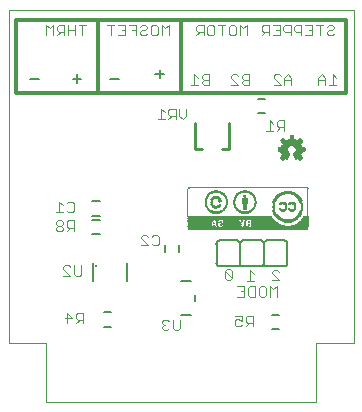
<source format=gbo>
G75*
%MOIN*%
%OFA0B0*%
%FSLAX25Y25*%
%IPPOS*%
%LPD*%
%AMOC8*
5,1,8,0,0,1.08239X$1,22.5*
%
%ADD10C,0.00000*%
%ADD11C,0.00400*%
%ADD12C,0.01181*%
%ADD13C,0.00500*%
%ADD14C,0.00600*%
%ADD15C,0.00787*%
%ADD16C,0.01000*%
%ADD17R,0.00050X0.00025*%
%ADD18R,0.00075X0.00025*%
%ADD19R,0.00125X0.00025*%
%ADD20R,0.00200X0.00025*%
%ADD21R,0.00250X0.00025*%
%ADD22R,0.00325X0.00025*%
%ADD23R,0.00300X0.00025*%
%ADD24R,0.00375X0.00025*%
%ADD25R,0.00450X0.00025*%
%ADD26R,0.00425X0.00025*%
%ADD27R,0.00500X0.00025*%
%ADD28R,0.00550X0.00025*%
%ADD29R,0.00625X0.00025*%
%ADD30R,0.00675X0.00025*%
%ADD31R,0.00750X0.00025*%
%ADD32R,0.00800X0.00025*%
%ADD33R,0.00875X0.00025*%
%ADD34R,0.00900X0.00025*%
%ADD35R,0.00925X0.00025*%
%ADD36R,0.00975X0.00025*%
%ADD37R,0.01025X0.00025*%
%ADD38R,0.01050X0.00025*%
%ADD39R,0.01075X0.00025*%
%ADD40R,0.01100X0.00025*%
%ADD41R,0.01150X0.00025*%
%ADD42R,0.00100X0.00025*%
%ADD43R,0.01175X0.00025*%
%ADD44R,0.01200X0.00025*%
%ADD45R,0.00175X0.00025*%
%ADD46R,0.01225X0.00025*%
%ADD47R,0.01300X0.00025*%
%ADD48R,0.00225X0.00025*%
%ADD49R,0.01350X0.00025*%
%ADD50R,0.01425X0.00025*%
%ADD51R,0.00350X0.00025*%
%ADD52R,0.01450X0.00025*%
%ADD53R,0.00400X0.00025*%
%ADD54R,0.01475X0.00025*%
%ADD55R,0.01550X0.00025*%
%ADD56R,0.00475X0.00025*%
%ADD57R,0.01625X0.00025*%
%ADD58R,0.00525X0.00025*%
%ADD59R,0.01600X0.00025*%
%ADD60R,0.02275X0.00025*%
%ADD61R,0.02300X0.00025*%
%ADD62R,0.02350X0.00025*%
%ADD63R,0.02375X0.00025*%
%ADD64R,0.02425X0.00025*%
%ADD65R,0.02400X0.00025*%
%ADD66R,0.02450X0.00025*%
%ADD67R,0.02475X0.00025*%
%ADD68R,0.02525X0.00025*%
%ADD69R,0.02550X0.00025*%
%ADD70R,0.02500X0.00025*%
%ADD71R,0.02325X0.00025*%
%ADD72R,0.02575X0.00025*%
%ADD73R,0.02600X0.00025*%
%ADD74R,0.02625X0.00025*%
%ADD75R,0.02650X0.00025*%
%ADD76R,0.02675X0.00025*%
%ADD77R,0.02700X0.00025*%
%ADD78R,0.02725X0.00025*%
%ADD79R,0.02750X0.00025*%
%ADD80R,0.02775X0.00025*%
%ADD81R,0.02900X0.00025*%
%ADD82R,0.03025X0.00025*%
%ADD83R,0.03125X0.00025*%
%ADD84R,0.03100X0.00025*%
%ADD85R,0.03225X0.00025*%
%ADD86R,0.03250X0.00025*%
%ADD87R,0.03350X0.00025*%
%ADD88R,0.03475X0.00025*%
%ADD89R,0.03450X0.00025*%
%ADD90R,0.03425X0.00025*%
%ADD91R,0.03400X0.00025*%
%ADD92R,0.03375X0.00025*%
%ADD93R,0.03325X0.00025*%
%ADD94R,0.03500X0.00025*%
%ADD95R,0.03300X0.00025*%
%ADD96R,0.03175X0.00025*%
%ADD97R,0.03050X0.00025*%
%ADD98R,0.02950X0.00025*%
%ADD99R,0.02850X0.00025*%
%ADD100R,0.02825X0.00025*%
%ADD101R,0.02800X0.00025*%
%ADD102R,0.02875X0.00025*%
%ADD103R,0.02925X0.00025*%
%ADD104R,0.03075X0.00025*%
%ADD105R,0.06450X0.00025*%
%ADD106R,0.06425X0.00025*%
%ADD107R,0.06400X0.00025*%
%ADD108R,0.06350X0.00025*%
%ADD109R,0.06325X0.00025*%
%ADD110R,0.06300X0.00025*%
%ADD111R,0.06250X0.00025*%
%ADD112R,0.06200X0.00025*%
%ADD113R,0.06175X0.00025*%
%ADD114R,0.06150X0.00025*%
%ADD115R,0.06100X0.00025*%
%ADD116R,0.06475X0.00025*%
%ADD117R,0.06525X0.00025*%
%ADD118R,0.06550X0.00025*%
%ADD119R,0.06600X0.00025*%
%ADD120R,0.06625X0.00025*%
%ADD121R,0.06650X0.00025*%
%ADD122R,0.06700X0.00025*%
%ADD123R,0.06725X0.00025*%
%ADD124R,0.06750X0.00025*%
%ADD125R,0.06800X0.00025*%
%ADD126R,0.06825X0.00025*%
%ADD127R,0.06850X0.00025*%
%ADD128R,0.06900X0.00025*%
%ADD129R,0.06925X0.00025*%
%ADD130R,0.06950X0.00025*%
%ADD131R,0.07000X0.00025*%
%ADD132R,0.07050X0.00025*%
%ADD133R,0.07100X0.00025*%
%ADD134R,0.07150X0.00025*%
%ADD135R,0.07200X0.00025*%
%ADD136R,0.07250X0.00025*%
%ADD137R,0.07275X0.00025*%
%ADD138R,0.07300X0.00025*%
%ADD139R,0.07350X0.00025*%
%ADD140R,0.07375X0.00025*%
%ADD141R,0.07400X0.00025*%
%ADD142R,0.07450X0.00025*%
%ADD143R,0.07475X0.00025*%
%ADD144R,0.01750X0.00025*%
%ADD145R,0.01675X0.00025*%
%ADD146R,0.03200X0.00025*%
%ADD147R,0.01500X0.00025*%
%ADD148R,0.01375X0.00025*%
%ADD149R,0.01325X0.00025*%
%ADD150R,0.01250X0.00025*%
%ADD151R,0.01125X0.00025*%
%ADD152R,0.02200X0.00025*%
%ADD153R,0.02100X0.00025*%
%ADD154R,0.01000X0.00025*%
%ADD155R,0.02000X0.00025*%
%ADD156R,0.00950X0.00025*%
%ADD157R,0.01850X0.00025*%
%ADD158R,0.01800X0.00025*%
%ADD159R,0.00825X0.00025*%
%ADD160R,0.01700X0.00025*%
%ADD161R,0.00700X0.00025*%
%ADD162R,0.00575X0.00025*%
%ADD163R,0.01650X0.00025*%
%ADD164R,0.00275X0.00025*%
%ADD165R,0.00150X0.00025*%
%ADD166R,0.01575X0.00025*%
%ADD167R,0.01525X0.00025*%
%ADD168R,0.01400X0.00025*%
%ADD169R,0.39900X0.00100*%
%ADD170R,0.40100X0.00100*%
%ADD171R,0.40300X0.00100*%
%ADD172R,0.19100X0.00100*%
%ADD173R,0.01700X0.00100*%
%ADD174R,0.06700X0.00100*%
%ADD175R,0.00600X0.00100*%
%ADD176R,0.01200X0.00100*%
%ADD177R,0.07800X0.00100*%
%ADD178R,0.06400X0.00100*%
%ADD179R,0.00400X0.00100*%
%ADD180R,0.01100X0.00100*%
%ADD181R,0.07700X0.00100*%
%ADD182R,0.01000X0.00100*%
%ADD183R,0.06300X0.00100*%
%ADD184R,0.00200X0.00100*%
%ADD185R,0.06100X0.00100*%
%ADD186R,0.11200X0.00100*%
%ADD187R,0.00900X0.00100*%
%ADD188R,0.06200X0.00100*%
%ADD189R,0.05600X0.00100*%
%ADD190R,0.10700X0.00100*%
%ADD191R,0.05300X0.00100*%
%ADD192R,0.10300X0.00100*%
%ADD193R,0.00700X0.00100*%
%ADD194R,0.00800X0.00100*%
%ADD195R,0.07900X0.00100*%
%ADD196R,0.05000X0.00100*%
%ADD197R,0.10100X0.00100*%
%ADD198R,0.00300X0.00100*%
%ADD199R,0.04700X0.00100*%
%ADD200R,0.09800X0.00100*%
%ADD201R,0.06000X0.00100*%
%ADD202R,0.04500X0.00100*%
%ADD203R,0.09600X0.00100*%
%ADD204R,0.08000X0.00100*%
%ADD205R,0.04300X0.00100*%
%ADD206R,0.09400X0.00100*%
%ADD207R,0.07000X0.00100*%
%ADD208R,0.04100X0.00100*%
%ADD209R,0.09200X0.00100*%
%ADD210R,0.06600X0.00100*%
%ADD211R,0.08100X0.00100*%
%ADD212R,0.03900X0.00100*%
%ADD213R,0.09000X0.00100*%
%ADD214R,0.00500X0.00100*%
%ADD215R,0.03800X0.00100*%
%ADD216R,0.08800X0.00100*%
%ADD217R,0.03600X0.00100*%
%ADD218R,0.08700X0.00100*%
%ADD219R,0.05900X0.00100*%
%ADD220R,0.08200X0.00100*%
%ADD221R,0.03500X0.00100*%
%ADD222R,0.08600X0.00100*%
%ADD223R,0.05800X0.00100*%
%ADD224R,0.01300X0.00100*%
%ADD225R,0.00100X0.00100*%
%ADD226R,0.03300X0.00100*%
%ADD227R,0.08400X0.00100*%
%ADD228R,0.05700X0.00100*%
%ADD229R,0.03200X0.00100*%
%ADD230R,0.02400X0.00100*%
%ADD231R,0.08300X0.00100*%
%ADD232R,0.03100X0.00100*%
%ADD233R,0.03000X0.00100*%
%ADD234R,0.03700X0.00100*%
%ADD235R,0.05500X0.00100*%
%ADD236R,0.02900X0.00100*%
%ADD237R,0.04200X0.00100*%
%ADD238R,0.02800X0.00100*%
%ADD239R,0.04600X0.00100*%
%ADD240R,0.02700X0.00100*%
%ADD241R,0.08500X0.00100*%
%ADD242R,0.02600X0.00100*%
%ADD243R,0.02500X0.00100*%
%ADD244R,0.17500X0.00100*%
%ADD245R,0.10600X0.00100*%
%ADD246R,0.02300X0.00100*%
%ADD247R,0.28700X0.00100*%
%ADD248R,0.02000X0.00100*%
%ADD249R,0.28600X0.00100*%
%ADD250R,0.02200X0.00100*%
%ADD251R,0.01800X0.00100*%
%ADD252R,0.28500X0.00100*%
%ADD253R,0.01600X0.00100*%
%ADD254R,0.28400X0.00100*%
%ADD255R,0.02100X0.00100*%
%ADD256R,0.01500X0.00100*%
%ADD257R,0.01400X0.00100*%
%ADD258R,0.28300X0.00100*%
%ADD259R,0.01900X0.00100*%
%ADD260R,0.28200X0.00100*%
%ADD261R,0.28100X0.00100*%
%ADD262R,0.04900X0.00100*%
%ADD263R,0.03400X0.00100*%
%ADD264R,0.39700X0.00100*%
%ADD265R,0.39500X0.00100*%
%ADD266R,0.38900X0.00100*%
%ADD267C,0.00300*%
%ADD268C,0.00800*%
D10*
X0014071Y0001984D02*
X0014071Y0021669D01*
X0001591Y0021669D01*
X0001591Y0132693D01*
X0116551Y0132693D01*
X0116551Y0021669D01*
X0104071Y0021669D01*
X0104071Y0001984D01*
X0014071Y0001984D01*
D11*
X0021043Y0028269D02*
X0021043Y0031809D01*
X0022813Y0030039D01*
X0020453Y0030039D01*
X0024078Y0030039D02*
X0024668Y0029449D01*
X0026438Y0029449D01*
X0026438Y0028269D02*
X0026438Y0031809D01*
X0024668Y0031809D01*
X0024078Y0031219D01*
X0024078Y0030039D01*
X0025258Y0029449D02*
X0024078Y0028269D01*
X0024058Y0044043D02*
X0023468Y0044633D01*
X0023468Y0047583D01*
X0022202Y0046993D02*
X0021612Y0047583D01*
X0020432Y0047583D01*
X0019842Y0046993D01*
X0019842Y0046403D01*
X0022202Y0044043D01*
X0019842Y0044043D01*
X0024058Y0044043D02*
X0025238Y0044043D01*
X0025828Y0044633D01*
X0025828Y0047583D01*
X0022698Y0065277D02*
X0021518Y0065277D01*
X0020928Y0065867D01*
X0019663Y0065277D02*
X0017303Y0065277D01*
X0018483Y0065277D02*
X0018483Y0068817D01*
X0019663Y0067637D01*
X0020928Y0068227D02*
X0021518Y0068817D01*
X0022698Y0068817D01*
X0023288Y0068227D01*
X0023288Y0065867D01*
X0022698Y0065277D01*
X0045649Y0057203D02*
X0046240Y0057793D01*
X0047420Y0057793D01*
X0048010Y0057203D01*
X0049275Y0057203D02*
X0049865Y0057793D01*
X0051045Y0057793D01*
X0051635Y0057203D01*
X0051635Y0054843D01*
X0051045Y0054253D01*
X0049865Y0054253D01*
X0049275Y0054843D01*
X0048010Y0054253D02*
X0045649Y0056613D01*
X0045649Y0057203D01*
X0045649Y0054253D02*
X0048010Y0054253D01*
X0053289Y0029508D02*
X0052699Y0028918D01*
X0052699Y0028328D01*
X0053289Y0027738D01*
X0052699Y0027148D01*
X0052699Y0026558D01*
X0053289Y0025968D01*
X0054469Y0025968D01*
X0055059Y0026558D01*
X0056324Y0026558D02*
X0056324Y0029508D01*
X0055059Y0028918D02*
X0054469Y0029508D01*
X0053289Y0029508D01*
X0053289Y0027738D02*
X0053879Y0027738D01*
X0056324Y0026558D02*
X0056914Y0025968D01*
X0058094Y0025968D01*
X0058684Y0026558D01*
X0058684Y0029508D01*
X0073738Y0043297D02*
X0074328Y0042707D01*
X0075508Y0042707D01*
X0076098Y0043297D01*
X0073738Y0045657D01*
X0073738Y0043297D01*
X0076098Y0043297D02*
X0076098Y0045657D01*
X0075508Y0046247D01*
X0074328Y0046247D01*
X0073738Y0045657D01*
X0077823Y0040736D02*
X0080183Y0040736D01*
X0080183Y0037196D01*
X0077823Y0037196D01*
X0079003Y0038966D02*
X0080183Y0038966D01*
X0081449Y0037786D02*
X0081449Y0040146D01*
X0082039Y0040736D01*
X0083809Y0040736D01*
X0083809Y0037196D01*
X0082039Y0037196D01*
X0081449Y0037786D01*
X0080920Y0042477D02*
X0083280Y0042477D01*
X0082100Y0042477D02*
X0082100Y0046017D01*
X0083280Y0044837D01*
X0085664Y0040736D02*
X0085074Y0040146D01*
X0085074Y0037786D01*
X0085664Y0037196D01*
X0086844Y0037196D01*
X0087434Y0037786D01*
X0087434Y0040146D01*
X0086844Y0040736D01*
X0085664Y0040736D01*
X0088699Y0040736D02*
X0088699Y0037196D01*
X0091059Y0037196D02*
X0091059Y0040736D01*
X0089879Y0039556D01*
X0088699Y0040736D01*
X0089351Y0042572D02*
X0091711Y0042572D01*
X0089351Y0044932D01*
X0089351Y0045522D01*
X0089941Y0046112D01*
X0091121Y0046112D01*
X0091711Y0045522D01*
X0082934Y0030825D02*
X0081164Y0030825D01*
X0080574Y0030235D01*
X0080574Y0029055D01*
X0081164Y0028465D01*
X0082934Y0028465D01*
X0081754Y0028465D02*
X0080574Y0027285D01*
X0079309Y0027875D02*
X0078719Y0027285D01*
X0077539Y0027285D01*
X0076949Y0027875D01*
X0076949Y0029055D01*
X0077539Y0029645D01*
X0078129Y0029645D01*
X0079309Y0029055D01*
X0079309Y0030825D01*
X0076949Y0030825D01*
X0082934Y0030825D02*
X0082934Y0027285D01*
X0087382Y0092442D02*
X0089742Y0092442D01*
X0088562Y0092442D02*
X0088562Y0095982D01*
X0089742Y0094802D01*
X0091007Y0094212D02*
X0091597Y0093622D01*
X0093367Y0093622D01*
X0093367Y0092442D02*
X0093367Y0095982D01*
X0091597Y0095982D01*
X0091007Y0095392D01*
X0091007Y0094212D01*
X0092187Y0093622D02*
X0091007Y0092442D01*
X0089894Y0107696D02*
X0092254Y0107696D01*
X0089894Y0110056D01*
X0089894Y0110646D01*
X0090484Y0111236D01*
X0091664Y0111236D01*
X0092254Y0110646D01*
X0093519Y0110056D02*
X0093519Y0107696D01*
X0093519Y0109466D02*
X0095879Y0109466D01*
X0095879Y0110056D02*
X0095879Y0107696D01*
X0095879Y0110056D02*
X0094699Y0111236D01*
X0093519Y0110056D01*
X0104854Y0110056D02*
X0104854Y0107696D01*
X0104854Y0109466D02*
X0107214Y0109466D01*
X0107214Y0110056D02*
X0107214Y0107696D01*
X0108479Y0107696D02*
X0110839Y0107696D01*
X0109659Y0107696D02*
X0109659Y0111236D01*
X0110839Y0110056D01*
X0107214Y0110056D02*
X0106034Y0111236D01*
X0104854Y0110056D01*
X0105247Y0124231D02*
X0105247Y0127772D01*
X0106427Y0127772D02*
X0104067Y0127772D01*
X0102802Y0127772D02*
X0102802Y0124231D01*
X0100442Y0124231D01*
X0099177Y0124231D02*
X0099177Y0127772D01*
X0097407Y0127772D01*
X0096817Y0127182D01*
X0096817Y0126002D01*
X0097407Y0125412D01*
X0099177Y0125412D01*
X0100442Y0127772D02*
X0102802Y0127772D01*
X0102802Y0126002D02*
X0101622Y0126002D01*
X0107692Y0125412D02*
X0107692Y0124821D01*
X0108282Y0124231D01*
X0109462Y0124231D01*
X0110052Y0124821D01*
X0109462Y0126002D02*
X0108282Y0126002D01*
X0107692Y0125412D01*
X0107692Y0127182D02*
X0108282Y0127772D01*
X0109462Y0127772D01*
X0110052Y0127182D01*
X0110052Y0126592D01*
X0109462Y0126002D01*
X0095551Y0125412D02*
X0093781Y0125412D01*
X0093191Y0126002D01*
X0093191Y0127182D01*
X0093781Y0127772D01*
X0095551Y0127772D01*
X0095551Y0124231D01*
X0091926Y0124231D02*
X0091926Y0127772D01*
X0089566Y0127772D01*
X0088301Y0127772D02*
X0086531Y0127772D01*
X0085941Y0127182D01*
X0085941Y0126002D01*
X0086531Y0125412D01*
X0088301Y0125412D01*
X0087121Y0125412D02*
X0085941Y0124231D01*
X0088301Y0124231D02*
X0088301Y0127772D01*
X0090746Y0126002D02*
X0091926Y0126002D01*
X0091926Y0124231D02*
X0089566Y0124231D01*
X0081051Y0124231D02*
X0081051Y0127772D01*
X0079871Y0126592D01*
X0078691Y0127772D01*
X0078691Y0124231D01*
X0077426Y0124821D02*
X0076836Y0124231D01*
X0075656Y0124231D01*
X0075066Y0124821D01*
X0075066Y0127182D01*
X0075656Y0127772D01*
X0076836Y0127772D01*
X0077426Y0127182D01*
X0077426Y0124821D01*
X0073801Y0127772D02*
X0071441Y0127772D01*
X0072621Y0127772D02*
X0072621Y0124231D01*
X0070175Y0124821D02*
X0070175Y0127182D01*
X0069585Y0127772D01*
X0068405Y0127772D01*
X0067815Y0127182D01*
X0067815Y0124821D01*
X0068405Y0124231D01*
X0069585Y0124231D01*
X0070175Y0124821D01*
X0066550Y0124231D02*
X0066550Y0127772D01*
X0064780Y0127772D01*
X0064190Y0127182D01*
X0064190Y0126002D01*
X0064780Y0125412D01*
X0066550Y0125412D01*
X0065370Y0125412D02*
X0064190Y0124231D01*
X0054934Y0124231D02*
X0054934Y0127772D01*
X0053754Y0126592D01*
X0052574Y0127772D01*
X0052574Y0124231D01*
X0051309Y0124821D02*
X0050719Y0124231D01*
X0049539Y0124231D01*
X0048949Y0124821D01*
X0048949Y0127182D01*
X0049539Y0127772D01*
X0050719Y0127772D01*
X0051309Y0127182D01*
X0051309Y0124821D01*
X0047684Y0124821D02*
X0047094Y0124231D01*
X0045914Y0124231D01*
X0045324Y0124821D01*
X0045324Y0125412D01*
X0045914Y0126002D01*
X0047094Y0126002D01*
X0047684Y0126592D01*
X0047684Y0127182D01*
X0047094Y0127772D01*
X0045914Y0127772D01*
X0045324Y0127182D01*
X0044058Y0127772D02*
X0041698Y0127772D01*
X0040433Y0127772D02*
X0040433Y0124231D01*
X0038073Y0124231D01*
X0039253Y0126002D02*
X0040433Y0126002D01*
X0040433Y0127772D02*
X0038073Y0127772D01*
X0036808Y0127772D02*
X0034448Y0127772D01*
X0035628Y0127772D02*
X0035628Y0124231D01*
X0042878Y0126002D02*
X0044058Y0126002D01*
X0044058Y0127772D02*
X0044058Y0124231D01*
X0027375Y0127772D02*
X0025015Y0127772D01*
X0026195Y0127772D02*
X0026195Y0124231D01*
X0023750Y0124231D02*
X0023750Y0127772D01*
X0023750Y0126002D02*
X0021390Y0126002D01*
X0020125Y0125412D02*
X0018355Y0125412D01*
X0017765Y0126002D01*
X0017765Y0127182D01*
X0018355Y0127772D01*
X0020125Y0127772D01*
X0020125Y0124231D01*
X0021390Y0124231D02*
X0021390Y0127772D01*
X0018945Y0125412D02*
X0017765Y0124231D01*
X0016499Y0124231D02*
X0016499Y0127772D01*
X0015319Y0126592D01*
X0014139Y0127772D01*
X0014139Y0124231D01*
X0051249Y0096298D02*
X0053609Y0096298D01*
X0052429Y0096298D02*
X0052429Y0099838D01*
X0053609Y0098658D01*
X0054874Y0098068D02*
X0055464Y0097478D01*
X0057234Y0097478D01*
X0057234Y0096298D02*
X0057234Y0099838D01*
X0055464Y0099838D01*
X0054874Y0099248D01*
X0054874Y0098068D01*
X0056054Y0097478D02*
X0054874Y0096298D01*
X0058499Y0097478D02*
X0058499Y0099838D01*
X0058499Y0097478D02*
X0059679Y0096298D01*
X0060859Y0097478D01*
X0060859Y0099838D01*
X0062335Y0107696D02*
X0064695Y0107696D01*
X0063515Y0107696D02*
X0063515Y0111236D01*
X0064695Y0110056D01*
X0065960Y0110056D02*
X0066550Y0109466D01*
X0068320Y0109466D01*
X0068320Y0107696D02*
X0066550Y0107696D01*
X0065960Y0108286D01*
X0065960Y0108876D01*
X0066550Y0109466D01*
X0065960Y0110056D02*
X0065960Y0110646D01*
X0066550Y0111236D01*
X0068320Y0111236D01*
X0068320Y0107696D01*
X0075720Y0107696D02*
X0078080Y0107696D01*
X0075720Y0110056D01*
X0075720Y0110646D01*
X0076310Y0111236D01*
X0077490Y0111236D01*
X0078080Y0110646D01*
X0079345Y0110646D02*
X0079936Y0111236D01*
X0081706Y0111236D01*
X0081706Y0107696D01*
X0079936Y0107696D01*
X0079345Y0108286D01*
X0079345Y0108876D01*
X0079936Y0109466D01*
X0081706Y0109466D01*
X0079936Y0109466D02*
X0079345Y0110056D01*
X0079345Y0110646D01*
D12*
X0059071Y0105134D02*
X0114189Y0105134D01*
X0114189Y0129543D01*
X0059071Y0129543D01*
X0059071Y0105134D01*
X0031512Y0105134D01*
X0031512Y0129543D01*
X0059071Y0129543D01*
X0031512Y0129543D02*
X0003953Y0129543D01*
X0003953Y0105134D01*
X0031512Y0105134D01*
D13*
X0035530Y0109860D02*
X0038348Y0109860D01*
X0050490Y0111435D02*
X0053309Y0111435D01*
X0051900Y0112844D02*
X0051900Y0110026D01*
X0025750Y0109860D02*
X0022931Y0109860D01*
X0024341Y0111269D02*
X0024341Y0108451D01*
X0011577Y0109860D02*
X0008758Y0109860D01*
D14*
X0029543Y0068913D02*
X0031906Y0068913D01*
X0031906Y0064189D02*
X0029543Y0064189D01*
X0029543Y0062614D02*
X0031906Y0062614D01*
X0031906Y0057890D02*
X0029543Y0057890D01*
X0029689Y0048366D02*
X0029689Y0042217D01*
X0033283Y0031906D02*
X0035646Y0031906D01*
X0035646Y0027181D02*
X0033283Y0027181D01*
X0040890Y0042217D02*
X0040890Y0048366D01*
X0053559Y0051984D02*
X0053559Y0054346D01*
X0058283Y0054346D02*
X0058283Y0051984D01*
X0070882Y0054740D02*
X0070882Y0048441D01*
X0070878Y0048378D01*
X0070877Y0048315D01*
X0070881Y0048252D01*
X0070888Y0048189D01*
X0070899Y0048127D01*
X0070913Y0048065D01*
X0070931Y0048004D01*
X0070952Y0047945D01*
X0070977Y0047887D01*
X0071005Y0047830D01*
X0071037Y0047775D01*
X0071071Y0047722D01*
X0071109Y0047671D01*
X0071149Y0047623D01*
X0071193Y0047577D01*
X0071238Y0047533D01*
X0071287Y0047492D01*
X0071337Y0047454D01*
X0071390Y0047419D01*
X0071445Y0047388D01*
X0071501Y0047359D01*
X0071559Y0047334D01*
X0071619Y0047312D01*
X0071679Y0047294D01*
X0071741Y0047279D01*
X0071803Y0047268D01*
X0071866Y0047260D01*
X0077772Y0047260D01*
X0077771Y0047260D02*
X0077834Y0047268D01*
X0077896Y0047279D01*
X0077958Y0047294D01*
X0078018Y0047312D01*
X0078078Y0047334D01*
X0078136Y0047359D01*
X0078192Y0047388D01*
X0078247Y0047420D01*
X0078299Y0047455D01*
X0078350Y0047493D01*
X0078398Y0047533D01*
X0078444Y0047577D01*
X0078487Y0047623D01*
X0078528Y0047672D01*
X0078566Y0047723D01*
X0078600Y0047775D01*
X0078632Y0047830D01*
X0078660Y0047887D01*
X0078685Y0047945D01*
X0078706Y0048005D01*
X0078724Y0048065D01*
X0078738Y0048127D01*
X0078749Y0048189D01*
X0078756Y0048252D01*
X0078760Y0048315D01*
X0078759Y0048378D01*
X0078756Y0048441D01*
X0078756Y0054740D01*
X0078756Y0048441D01*
X0078752Y0048378D01*
X0078751Y0048315D01*
X0078755Y0048252D01*
X0078762Y0048189D01*
X0078773Y0048127D01*
X0078787Y0048065D01*
X0078805Y0048004D01*
X0078826Y0047945D01*
X0078851Y0047887D01*
X0078879Y0047830D01*
X0078911Y0047775D01*
X0078945Y0047722D01*
X0078983Y0047671D01*
X0079023Y0047623D01*
X0079067Y0047577D01*
X0079112Y0047533D01*
X0079161Y0047492D01*
X0079211Y0047454D01*
X0079264Y0047419D01*
X0079319Y0047388D01*
X0079375Y0047359D01*
X0079433Y0047334D01*
X0079493Y0047312D01*
X0079553Y0047294D01*
X0079615Y0047279D01*
X0079677Y0047268D01*
X0079740Y0047260D01*
X0085646Y0047260D01*
X0085645Y0047260D02*
X0085708Y0047268D01*
X0085770Y0047279D01*
X0085832Y0047294D01*
X0085892Y0047312D01*
X0085952Y0047334D01*
X0086010Y0047359D01*
X0086066Y0047388D01*
X0086121Y0047420D01*
X0086173Y0047455D01*
X0086224Y0047493D01*
X0086272Y0047533D01*
X0086318Y0047577D01*
X0086361Y0047623D01*
X0086402Y0047672D01*
X0086440Y0047723D01*
X0086474Y0047775D01*
X0086506Y0047830D01*
X0086534Y0047887D01*
X0086559Y0047945D01*
X0086580Y0048005D01*
X0086598Y0048065D01*
X0086612Y0048127D01*
X0086623Y0048189D01*
X0086630Y0048252D01*
X0086634Y0048315D01*
X0086633Y0048378D01*
X0086630Y0048441D01*
X0086630Y0054740D01*
X0086630Y0048441D01*
X0086626Y0048378D01*
X0086625Y0048315D01*
X0086629Y0048252D01*
X0086636Y0048189D01*
X0086647Y0048127D01*
X0086661Y0048065D01*
X0086679Y0048004D01*
X0086700Y0047945D01*
X0086725Y0047887D01*
X0086753Y0047830D01*
X0086785Y0047775D01*
X0086819Y0047722D01*
X0086857Y0047671D01*
X0086897Y0047623D01*
X0086941Y0047577D01*
X0086986Y0047533D01*
X0087035Y0047492D01*
X0087085Y0047454D01*
X0087138Y0047419D01*
X0087193Y0047388D01*
X0087249Y0047359D01*
X0087307Y0047334D01*
X0087367Y0047312D01*
X0087427Y0047294D01*
X0087489Y0047279D01*
X0087551Y0047268D01*
X0087614Y0047260D01*
X0093520Y0047260D01*
X0093519Y0047260D02*
X0093582Y0047268D01*
X0093644Y0047279D01*
X0093706Y0047294D01*
X0093766Y0047312D01*
X0093826Y0047334D01*
X0093884Y0047359D01*
X0093940Y0047388D01*
X0093995Y0047420D01*
X0094047Y0047455D01*
X0094098Y0047493D01*
X0094146Y0047533D01*
X0094192Y0047577D01*
X0094235Y0047623D01*
X0094276Y0047672D01*
X0094314Y0047723D01*
X0094348Y0047775D01*
X0094380Y0047830D01*
X0094408Y0047887D01*
X0094433Y0047945D01*
X0094454Y0048005D01*
X0094472Y0048065D01*
X0094486Y0048127D01*
X0094497Y0048189D01*
X0094504Y0048252D01*
X0094508Y0048315D01*
X0094507Y0048378D01*
X0094504Y0048441D01*
X0094504Y0054740D01*
X0094504Y0054741D02*
X0094507Y0054804D01*
X0094508Y0054867D01*
X0094504Y0054930D01*
X0094497Y0054993D01*
X0094486Y0055055D01*
X0094472Y0055117D01*
X0094454Y0055177D01*
X0094433Y0055237D01*
X0094408Y0055295D01*
X0094380Y0055352D01*
X0094348Y0055407D01*
X0094314Y0055459D01*
X0094276Y0055510D01*
X0094235Y0055559D01*
X0094192Y0055605D01*
X0094146Y0055649D01*
X0094098Y0055689D01*
X0094047Y0055727D01*
X0093995Y0055762D01*
X0093940Y0055794D01*
X0093884Y0055823D01*
X0093826Y0055848D01*
X0093766Y0055870D01*
X0093706Y0055888D01*
X0093644Y0055903D01*
X0093582Y0055914D01*
X0093519Y0055922D01*
X0093520Y0055921D02*
X0087614Y0055921D01*
X0087615Y0055922D02*
X0087549Y0055914D01*
X0087485Y0055902D01*
X0087421Y0055886D01*
X0087358Y0055867D01*
X0087297Y0055843D01*
X0087237Y0055816D01*
X0087179Y0055786D01*
X0087123Y0055752D01*
X0087069Y0055715D01*
X0087017Y0055674D01*
X0086968Y0055630D01*
X0086921Y0055584D01*
X0086878Y0055535D01*
X0086837Y0055483D01*
X0086800Y0055429D01*
X0086766Y0055373D01*
X0086736Y0055315D01*
X0086709Y0055255D01*
X0086685Y0055194D01*
X0086666Y0055131D01*
X0086650Y0055067D01*
X0086638Y0055003D01*
X0086630Y0054937D01*
X0086626Y0054872D01*
X0086626Y0054806D01*
X0086630Y0054741D01*
X0086633Y0054804D01*
X0086634Y0054867D01*
X0086630Y0054930D01*
X0086623Y0054993D01*
X0086612Y0055055D01*
X0086598Y0055117D01*
X0086580Y0055177D01*
X0086559Y0055237D01*
X0086534Y0055295D01*
X0086506Y0055352D01*
X0086474Y0055407D01*
X0086440Y0055459D01*
X0086402Y0055510D01*
X0086361Y0055559D01*
X0086318Y0055605D01*
X0086272Y0055649D01*
X0086224Y0055689D01*
X0086173Y0055727D01*
X0086121Y0055762D01*
X0086066Y0055794D01*
X0086010Y0055823D01*
X0085952Y0055848D01*
X0085892Y0055870D01*
X0085832Y0055888D01*
X0085770Y0055903D01*
X0085708Y0055914D01*
X0085645Y0055922D01*
X0085646Y0055921D02*
X0079740Y0055921D01*
X0079741Y0055922D02*
X0079675Y0055914D01*
X0079611Y0055902D01*
X0079547Y0055886D01*
X0079484Y0055867D01*
X0079423Y0055843D01*
X0079363Y0055816D01*
X0079305Y0055786D01*
X0079249Y0055752D01*
X0079195Y0055715D01*
X0079143Y0055674D01*
X0079094Y0055630D01*
X0079047Y0055584D01*
X0079004Y0055535D01*
X0078963Y0055483D01*
X0078926Y0055429D01*
X0078892Y0055373D01*
X0078862Y0055315D01*
X0078835Y0055255D01*
X0078811Y0055194D01*
X0078792Y0055131D01*
X0078776Y0055067D01*
X0078764Y0055003D01*
X0078756Y0054937D01*
X0078752Y0054872D01*
X0078752Y0054806D01*
X0078756Y0054741D01*
X0078759Y0054804D01*
X0078760Y0054867D01*
X0078756Y0054930D01*
X0078749Y0054993D01*
X0078738Y0055055D01*
X0078724Y0055117D01*
X0078706Y0055177D01*
X0078685Y0055237D01*
X0078660Y0055295D01*
X0078632Y0055352D01*
X0078600Y0055407D01*
X0078566Y0055459D01*
X0078528Y0055510D01*
X0078487Y0055559D01*
X0078444Y0055605D01*
X0078398Y0055649D01*
X0078350Y0055689D01*
X0078299Y0055727D01*
X0078247Y0055762D01*
X0078192Y0055794D01*
X0078136Y0055823D01*
X0078078Y0055848D01*
X0078018Y0055870D01*
X0077958Y0055888D01*
X0077896Y0055903D01*
X0077834Y0055914D01*
X0077771Y0055922D01*
X0077772Y0055921D02*
X0071866Y0055921D01*
X0071867Y0055922D02*
X0071801Y0055914D01*
X0071737Y0055902D01*
X0071673Y0055886D01*
X0071610Y0055867D01*
X0071549Y0055843D01*
X0071489Y0055816D01*
X0071431Y0055786D01*
X0071375Y0055752D01*
X0071321Y0055715D01*
X0071269Y0055674D01*
X0071220Y0055630D01*
X0071173Y0055584D01*
X0071130Y0055535D01*
X0071089Y0055483D01*
X0071052Y0055429D01*
X0071018Y0055373D01*
X0070988Y0055315D01*
X0070961Y0055255D01*
X0070937Y0055194D01*
X0070918Y0055131D01*
X0070902Y0055067D01*
X0070890Y0055003D01*
X0070882Y0054937D01*
X0070878Y0054872D01*
X0070878Y0054806D01*
X0070882Y0054741D01*
X0089386Y0031118D02*
X0091748Y0031118D01*
X0091748Y0026394D02*
X0089386Y0026394D01*
X0087024Y0098441D02*
X0084661Y0098441D01*
X0084661Y0103165D02*
X0087024Y0103165D01*
D15*
X0030764Y0047260D03*
D16*
X0063598Y0086433D02*
X0065961Y0086433D01*
X0063598Y0086433D02*
X0063598Y0094898D01*
X0072654Y0086433D02*
X0075016Y0086433D01*
X0075016Y0094898D01*
D17*
X0094516Y0082662D03*
X0097316Y0082662D03*
X0098766Y0082237D03*
D18*
X0093053Y0082237D03*
X0093053Y0089687D03*
X0098778Y0089687D03*
D19*
X0097328Y0082687D03*
X0098778Y0082262D03*
X0093053Y0082262D03*
D20*
X0093066Y0082287D03*
X0098766Y0082287D03*
X0098766Y0089637D03*
X0093066Y0089637D03*
D21*
X0093066Y0082312D03*
X0098766Y0082312D03*
D22*
X0098753Y0082337D03*
X0098753Y0089587D03*
X0093078Y0089587D03*
D23*
X0094441Y0082762D03*
X0093066Y0082337D03*
X0097391Y0082762D03*
D24*
X0098753Y0082362D03*
X0093078Y0082362D03*
D25*
X0097441Y0082837D03*
X0098741Y0082387D03*
X0098741Y0089537D03*
X0093091Y0089537D03*
D26*
X0093078Y0082387D03*
X0097428Y0082812D03*
D27*
X0098741Y0082412D03*
X0094366Y0082862D03*
X0093091Y0082412D03*
D28*
X0093091Y0082437D03*
X0098741Y0082437D03*
D29*
X0098728Y0082462D03*
X0093103Y0082462D03*
X0093103Y0089462D03*
X0098728Y0089462D03*
D30*
X0098728Y0082487D03*
X0093103Y0082487D03*
D31*
X0093116Y0082512D03*
X0098716Y0082512D03*
X0098716Y0089412D03*
X0093116Y0089412D03*
D32*
X0093116Y0082537D03*
X0098716Y0082537D03*
D33*
X0098703Y0082562D03*
X0093128Y0082562D03*
X0093128Y0089362D03*
X0098703Y0089362D03*
D34*
X0098691Y0082587D03*
D35*
X0093128Y0082587D03*
D36*
X0093128Y0082612D03*
X0098678Y0082612D03*
D37*
X0098678Y0082637D03*
D38*
X0093141Y0082637D03*
D39*
X0098678Y0082662D03*
X0098678Y0089287D03*
X0093153Y0089287D03*
D40*
X0093141Y0082662D03*
D41*
X0098666Y0082687D03*
D42*
X0094491Y0082687D03*
D43*
X0093153Y0082687D03*
X0093153Y0089237D03*
D44*
X0098666Y0089237D03*
X0098666Y0082712D03*
D45*
X0097353Y0082712D03*
X0094478Y0082712D03*
D46*
X0093153Y0082712D03*
X0095903Y0090637D03*
D47*
X0095916Y0090587D03*
X0095916Y0090562D03*
X0095916Y0090537D03*
X0095916Y0090512D03*
X0095916Y0090487D03*
X0098666Y0082737D03*
X0093166Y0082737D03*
D48*
X0094453Y0082737D03*
X0097378Y0082737D03*
D49*
X0098666Y0082762D03*
X0093166Y0082762D03*
X0095916Y0090337D03*
X0095916Y0090362D03*
X0095916Y0090387D03*
X0095916Y0090412D03*
X0095916Y0090437D03*
D50*
X0095903Y0090187D03*
X0093178Y0089137D03*
X0093178Y0082787D03*
X0098653Y0082787D03*
D51*
X0097416Y0082787D03*
X0094416Y0082787D03*
D52*
X0098641Y0082812D03*
X0098641Y0089137D03*
X0095916Y0090062D03*
X0095916Y0090087D03*
X0095916Y0090112D03*
X0095916Y0090137D03*
X0095916Y0090162D03*
D53*
X0098741Y0089562D03*
X0093091Y0089562D03*
X0094391Y0082812D03*
D54*
X0093178Y0082812D03*
X0095903Y0090037D03*
D55*
X0095916Y0089887D03*
X0095916Y0089862D03*
X0095916Y0089837D03*
X0098641Y0089087D03*
X0093191Y0089087D03*
X0093191Y0082837D03*
X0098641Y0082837D03*
D56*
X0094378Y0082837D03*
D57*
X0098628Y0082862D03*
X0098628Y0089062D03*
X0095903Y0089662D03*
X0093203Y0089062D03*
D58*
X0093103Y0089512D03*
X0098728Y0089512D03*
X0097453Y0082862D03*
D59*
X0093191Y0082862D03*
X0095916Y0089687D03*
X0095916Y0089712D03*
X0095916Y0089737D03*
D60*
X0098328Y0082887D03*
X0093503Y0082887D03*
D61*
X0093491Y0082912D03*
X0093966Y0084062D03*
X0093991Y0084087D03*
X0093991Y0084112D03*
X0093991Y0084137D03*
X0097841Y0084112D03*
X0097841Y0084087D03*
X0097866Y0084062D03*
X0097891Y0084012D03*
X0098341Y0082912D03*
D62*
X0098341Y0082937D03*
X0097991Y0083812D03*
X0097966Y0083862D03*
X0097941Y0083912D03*
X0097916Y0083962D03*
X0097841Y0084187D03*
X0093991Y0084187D03*
X0093916Y0083962D03*
X0093891Y0083912D03*
X0093866Y0083887D03*
X0093866Y0083862D03*
X0093841Y0083837D03*
X0093491Y0082937D03*
X0095916Y0089237D03*
D63*
X0094003Y0084237D03*
X0094003Y0084212D03*
X0093828Y0083812D03*
X0093803Y0083762D03*
X0093478Y0082962D03*
X0097828Y0084212D03*
X0097978Y0083837D03*
X0098003Y0083787D03*
X0098353Y0082962D03*
D64*
X0098353Y0082987D03*
X0098128Y0083562D03*
X0098103Y0083612D03*
X0098078Y0083662D03*
X0097828Y0084262D03*
X0097828Y0084287D03*
X0094003Y0084287D03*
X0093728Y0083612D03*
X0093703Y0083587D03*
X0093678Y0083537D03*
X0093703Y0086862D03*
D65*
X0093991Y0084262D03*
X0093816Y0083787D03*
X0093791Y0083737D03*
X0093766Y0083712D03*
X0093766Y0083687D03*
X0093741Y0083662D03*
X0093741Y0083637D03*
X0093466Y0082987D03*
X0097841Y0084237D03*
X0098016Y0083762D03*
X0098041Y0083737D03*
X0098041Y0083712D03*
X0098066Y0083687D03*
X0098091Y0083637D03*
D66*
X0098116Y0083587D03*
X0098141Y0083537D03*
X0098166Y0083512D03*
X0098166Y0083487D03*
X0098366Y0083012D03*
X0098141Y0085087D03*
X0098141Y0086837D03*
X0098116Y0086862D03*
X0098091Y0086887D03*
X0093766Y0086937D03*
X0093741Y0086912D03*
X0093716Y0086887D03*
X0093691Y0086837D03*
X0093691Y0085087D03*
X0093691Y0085062D03*
X0093716Y0085037D03*
X0093991Y0084312D03*
X0093691Y0083562D03*
X0093666Y0083512D03*
X0093641Y0083462D03*
X0093466Y0083012D03*
D67*
X0093453Y0083037D03*
X0093578Y0083362D03*
X0093603Y0083387D03*
X0093603Y0083412D03*
X0093628Y0083437D03*
X0093653Y0083487D03*
X0094003Y0084337D03*
X0094003Y0084362D03*
X0093728Y0085012D03*
X0093653Y0085112D03*
X0093778Y0086962D03*
X0095903Y0089212D03*
X0098053Y0086937D03*
X0098078Y0086912D03*
X0098178Y0085112D03*
X0098128Y0085062D03*
X0098103Y0085037D03*
X0097828Y0084337D03*
X0097828Y0084312D03*
X0098178Y0083462D03*
X0098203Y0083437D03*
X0098228Y0083387D03*
X0098378Y0083037D03*
D68*
X0098378Y0083062D03*
X0098378Y0083087D03*
X0098328Y0083212D03*
X0098303Y0083237D03*
X0098303Y0083262D03*
X0097828Y0084387D03*
X0097828Y0084412D03*
X0098053Y0084962D03*
X0098228Y0085137D03*
X0098028Y0086987D03*
X0098003Y0087012D03*
X0093828Y0087012D03*
X0093803Y0086987D03*
X0093603Y0085137D03*
X0093753Y0084987D03*
X0093778Y0084962D03*
X0094003Y0084412D03*
X0094003Y0084387D03*
X0093528Y0083262D03*
X0093503Y0083212D03*
X0093453Y0083087D03*
X0093453Y0083062D03*
D69*
X0093466Y0083112D03*
X0093466Y0083137D03*
X0093466Y0083162D03*
X0093491Y0083187D03*
X0093516Y0083237D03*
X0093991Y0084437D03*
X0093816Y0084912D03*
X0093791Y0084937D03*
X0093841Y0087037D03*
X0097991Y0087037D03*
X0098041Y0084937D03*
X0098016Y0084912D03*
X0098341Y0083187D03*
X0098366Y0083162D03*
X0098366Y0083137D03*
X0098391Y0083112D03*
D70*
X0098291Y0083287D03*
X0098266Y0083312D03*
X0098266Y0083337D03*
X0098241Y0083362D03*
X0098216Y0083412D03*
X0097841Y0084362D03*
X0098066Y0084987D03*
X0098091Y0085012D03*
X0098191Y0086812D03*
X0098041Y0086962D03*
X0093641Y0086812D03*
X0093566Y0083337D03*
X0093566Y0083312D03*
X0093541Y0083287D03*
D71*
X0093903Y0083937D03*
X0093928Y0083987D03*
X0093953Y0084012D03*
X0093953Y0084037D03*
X0094003Y0084162D03*
X0097828Y0084162D03*
X0097828Y0084137D03*
X0097878Y0084037D03*
X0097903Y0083987D03*
X0097928Y0083937D03*
X0097953Y0083887D03*
D72*
X0097828Y0084437D03*
X0097828Y0084462D03*
X0097828Y0084487D03*
X0098003Y0084887D03*
X0097953Y0087062D03*
X0093878Y0087062D03*
X0093828Y0084887D03*
X0094003Y0084462D03*
D73*
X0093991Y0084487D03*
X0093866Y0084862D03*
X0093566Y0086787D03*
X0093891Y0087087D03*
X0095916Y0089187D03*
X0098266Y0086787D03*
X0097966Y0084862D03*
D74*
X0097953Y0084837D03*
X0097828Y0084537D03*
X0097828Y0084512D03*
X0098303Y0085162D03*
X0097928Y0087087D03*
X0097903Y0087112D03*
X0093878Y0084837D03*
X0094003Y0084537D03*
X0094003Y0084512D03*
D75*
X0093891Y0084812D03*
X0093516Y0085162D03*
X0093916Y0087112D03*
X0093941Y0087137D03*
X0097941Y0084812D03*
X0097816Y0084562D03*
D76*
X0097828Y0084587D03*
X0097828Y0084612D03*
X0097903Y0084787D03*
X0097878Y0087137D03*
X0093928Y0084787D03*
X0094003Y0084587D03*
X0094003Y0084562D03*
D77*
X0093991Y0084612D03*
X0093941Y0084762D03*
X0093491Y0086762D03*
X0093966Y0087162D03*
X0095916Y0089162D03*
X0097841Y0087162D03*
X0098341Y0086762D03*
X0097891Y0084762D03*
D78*
X0097853Y0084737D03*
X0097828Y0084662D03*
X0097828Y0084637D03*
X0094003Y0084637D03*
X0094003Y0087187D03*
D79*
X0093966Y0084737D03*
X0093991Y0084712D03*
X0093991Y0084687D03*
X0093991Y0084662D03*
X0097841Y0084687D03*
X0097841Y0084712D03*
X0097816Y0087187D03*
D80*
X0098378Y0085187D03*
X0093428Y0085187D03*
D81*
X0093366Y0085212D03*
X0098466Y0085212D03*
D82*
X0098553Y0085237D03*
X0093278Y0085237D03*
D83*
X0098603Y0085262D03*
D84*
X0093216Y0085262D03*
D85*
X0098678Y0085287D03*
D86*
X0093141Y0085287D03*
D87*
X0093066Y0085312D03*
X0092916Y0085687D03*
X0092916Y0085712D03*
X0092916Y0085737D03*
X0092916Y0085762D03*
X0092916Y0085787D03*
X0092916Y0085812D03*
X0092916Y0085837D03*
X0092916Y0085862D03*
X0092916Y0086087D03*
X0092916Y0086112D03*
X0092916Y0086137D03*
X0092916Y0086162D03*
X0092916Y0086187D03*
X0092916Y0086212D03*
X0092916Y0086237D03*
X0098766Y0085312D03*
X0098916Y0085737D03*
X0098916Y0085762D03*
X0098916Y0085787D03*
X0098916Y0085812D03*
X0098916Y0085837D03*
X0098916Y0085862D03*
X0098916Y0085887D03*
X0098916Y0085912D03*
X0098916Y0085937D03*
X0098916Y0085962D03*
X0098916Y0085987D03*
X0098916Y0086012D03*
X0098916Y0086037D03*
X0098916Y0086062D03*
X0098916Y0086087D03*
X0098916Y0086112D03*
X0098916Y0086137D03*
X0098916Y0086162D03*
X0098916Y0086187D03*
D88*
X0098853Y0086537D03*
X0098853Y0086562D03*
X0098853Y0085387D03*
X0098853Y0085362D03*
X0098828Y0085337D03*
X0093003Y0085337D03*
X0092978Y0085362D03*
X0092978Y0085387D03*
X0092978Y0086537D03*
X0092978Y0086562D03*
X0093003Y0086587D03*
D89*
X0092966Y0086512D03*
X0092966Y0086487D03*
X0092966Y0085437D03*
X0092966Y0085412D03*
X0095916Y0089012D03*
X0098866Y0086512D03*
X0098866Y0086487D03*
X0098866Y0086462D03*
X0098866Y0085437D03*
X0098866Y0085412D03*
D90*
X0098878Y0085462D03*
X0098878Y0085487D03*
X0098878Y0085512D03*
X0098878Y0085537D03*
X0098878Y0086387D03*
X0098878Y0086412D03*
X0098878Y0086437D03*
X0098803Y0086612D03*
X0093028Y0086612D03*
X0092953Y0086462D03*
X0092953Y0086437D03*
X0092953Y0086412D03*
X0092953Y0085512D03*
X0092953Y0085487D03*
X0092953Y0085462D03*
D91*
X0092941Y0085537D03*
X0092941Y0085562D03*
X0092941Y0085587D03*
X0092941Y0086337D03*
X0092941Y0086362D03*
X0092941Y0086387D03*
X0098891Y0086362D03*
X0098891Y0086337D03*
X0098891Y0086312D03*
X0098891Y0085612D03*
X0098891Y0085587D03*
X0098891Y0085562D03*
D92*
X0098903Y0085637D03*
X0098903Y0085662D03*
X0098903Y0085687D03*
X0098903Y0085712D03*
X0098903Y0086212D03*
X0098903Y0086237D03*
X0098903Y0086262D03*
X0098903Y0086287D03*
X0092928Y0086287D03*
X0092928Y0086312D03*
X0092928Y0086262D03*
X0092928Y0085662D03*
X0092928Y0085637D03*
X0092928Y0085612D03*
D93*
X0092903Y0085887D03*
X0092903Y0085912D03*
X0092903Y0085937D03*
X0092903Y0085962D03*
X0092903Y0085987D03*
X0092903Y0086012D03*
X0092903Y0086037D03*
X0092903Y0086062D03*
D94*
X0098841Y0086587D03*
D95*
X0098716Y0086637D03*
X0095916Y0089037D03*
X0093116Y0086637D03*
D96*
X0093178Y0086662D03*
X0098628Y0086662D03*
D97*
X0098566Y0086687D03*
X0095916Y0089087D03*
X0093266Y0086687D03*
D98*
X0093341Y0086712D03*
X0095916Y0089112D03*
X0097691Y0087262D03*
X0098491Y0086712D03*
D99*
X0098416Y0086737D03*
X0097741Y0087237D03*
D100*
X0095903Y0089137D03*
X0093403Y0086737D03*
D101*
X0094041Y0087212D03*
X0097791Y0087212D03*
D102*
X0094078Y0087237D03*
D103*
X0094128Y0087262D03*
D104*
X0094203Y0087287D03*
X0097603Y0087287D03*
D105*
X0095916Y0087312D03*
X0095916Y0088062D03*
D106*
X0095903Y0087337D03*
D107*
X0095916Y0087362D03*
X0095916Y0087387D03*
X0095916Y0088012D03*
X0095916Y0088037D03*
D108*
X0095916Y0087987D03*
X0095916Y0087437D03*
X0095916Y0087412D03*
D109*
X0095928Y0087462D03*
D110*
X0095916Y0087487D03*
X0095916Y0087512D03*
X0095916Y0087937D03*
X0095916Y0087962D03*
D111*
X0095916Y0087912D03*
X0095916Y0087562D03*
X0095916Y0087537D03*
D112*
X0095916Y0087587D03*
X0095916Y0087612D03*
X0095916Y0087887D03*
D113*
X0095903Y0087862D03*
X0095903Y0087637D03*
D114*
X0095916Y0087662D03*
X0095916Y0087687D03*
X0095916Y0087837D03*
D115*
X0095916Y0087812D03*
X0095916Y0087787D03*
X0095916Y0087762D03*
X0095916Y0087737D03*
X0095916Y0087712D03*
D116*
X0095903Y0088087D03*
D117*
X0095903Y0088112D03*
D118*
X0095916Y0088137D03*
D119*
X0095916Y0088162D03*
D120*
X0095903Y0088187D03*
D121*
X0095916Y0088212D03*
D122*
X0095916Y0088237D03*
D123*
X0095903Y0088262D03*
D124*
X0095916Y0088287D03*
D125*
X0095916Y0088312D03*
D126*
X0095903Y0088337D03*
D127*
X0095916Y0088362D03*
D128*
X0095916Y0088387D03*
D129*
X0095903Y0088412D03*
D130*
X0095916Y0088437D03*
D131*
X0095916Y0088462D03*
D132*
X0095916Y0088487D03*
X0095916Y0088512D03*
D133*
X0095916Y0088537D03*
D134*
X0095916Y0088562D03*
X0095916Y0088587D03*
D135*
X0095916Y0088612D03*
X0095916Y0088987D03*
D136*
X0095916Y0088962D03*
X0095916Y0088637D03*
D137*
X0095903Y0088662D03*
D138*
X0095916Y0088687D03*
X0095916Y0088937D03*
D139*
X0095916Y0088912D03*
X0095916Y0088712D03*
D140*
X0095903Y0088737D03*
D141*
X0095916Y0088762D03*
X0095916Y0088887D03*
D142*
X0095916Y0088862D03*
X0095916Y0088812D03*
X0095916Y0088787D03*
D143*
X0095928Y0088837D03*
D144*
X0095916Y0089387D03*
X0098616Y0089012D03*
X0093216Y0089012D03*
D145*
X0093203Y0089037D03*
X0095903Y0089512D03*
X0095903Y0089537D03*
X0098628Y0089037D03*
D146*
X0095916Y0089062D03*
D147*
X0095916Y0089937D03*
X0095916Y0089962D03*
X0095916Y0089987D03*
X0095916Y0090012D03*
X0098641Y0089112D03*
X0093191Y0089112D03*
D148*
X0093178Y0089162D03*
X0098653Y0089162D03*
D149*
X0098653Y0089187D03*
X0095928Y0090462D03*
X0093178Y0089187D03*
D150*
X0093166Y0089212D03*
X0095916Y0090612D03*
X0098666Y0089212D03*
D151*
X0098678Y0089262D03*
X0093153Y0089262D03*
D152*
X0095916Y0089262D03*
D153*
X0095916Y0089287D03*
D154*
X0098691Y0089312D03*
X0093141Y0089312D03*
D155*
X0095916Y0089312D03*
D156*
X0098691Y0089337D03*
X0093141Y0089337D03*
D157*
X0095916Y0089337D03*
D158*
X0095916Y0089362D03*
D159*
X0098703Y0089387D03*
X0093128Y0089387D03*
D160*
X0095916Y0089412D03*
X0095916Y0089437D03*
X0095916Y0089462D03*
X0095916Y0089487D03*
D161*
X0098716Y0089437D03*
X0093116Y0089437D03*
D162*
X0093103Y0089487D03*
X0098728Y0089487D03*
D163*
X0095916Y0089562D03*
X0095916Y0089587D03*
X0095916Y0089612D03*
X0095916Y0089637D03*
D164*
X0098753Y0089612D03*
X0093078Y0089612D03*
D165*
X0093066Y0089662D03*
X0098766Y0089662D03*
D166*
X0095903Y0089762D03*
X0095903Y0089787D03*
X0095903Y0089812D03*
D167*
X0095903Y0089912D03*
D168*
X0095916Y0090212D03*
X0095916Y0090237D03*
X0095916Y0090262D03*
X0095916Y0090287D03*
X0095916Y0090312D03*
D169*
X0081491Y0059465D03*
D170*
X0081491Y0059565D03*
D171*
X0081491Y0059665D03*
X0081491Y0059765D03*
X0081491Y0059865D03*
X0081491Y0059965D03*
X0081491Y0060065D03*
X0081491Y0060165D03*
D172*
X0092091Y0060265D03*
X0092091Y0060365D03*
X0092091Y0060465D03*
D173*
X0092291Y0062865D03*
X0092091Y0062965D03*
X0092091Y0070965D03*
X0097091Y0070965D03*
X0080591Y0060265D03*
X0071591Y0061765D03*
X0078991Y0071665D03*
D174*
X0075991Y0060265D03*
D175*
X0072241Y0060765D03*
X0071541Y0060265D03*
X0071041Y0061865D03*
X0072241Y0061865D03*
X0072241Y0061965D03*
X0074141Y0067265D03*
X0074241Y0067565D03*
X0074341Y0067865D03*
X0074341Y0067965D03*
X0074341Y0068065D03*
X0074341Y0068165D03*
X0074341Y0068265D03*
X0074341Y0068365D03*
X0074341Y0068465D03*
X0074341Y0068565D03*
X0074341Y0068665D03*
X0074341Y0068765D03*
X0074341Y0068865D03*
X0074341Y0068965D03*
X0074341Y0069065D03*
X0074241Y0069365D03*
X0074241Y0069465D03*
X0074141Y0069665D03*
X0076841Y0069065D03*
X0076841Y0068965D03*
X0076841Y0068865D03*
X0076841Y0068765D03*
X0076841Y0068665D03*
X0076841Y0068565D03*
X0076841Y0068465D03*
X0076841Y0068365D03*
X0076841Y0068265D03*
X0076841Y0068165D03*
X0076841Y0068065D03*
X0076841Y0067965D03*
X0076841Y0067865D03*
X0076941Y0067565D03*
X0077041Y0067265D03*
X0076941Y0069365D03*
X0077041Y0069665D03*
X0077041Y0069765D03*
X0080341Y0070065D03*
X0080341Y0070865D03*
X0083741Y0069565D03*
X0083841Y0069265D03*
X0083841Y0069165D03*
X0083841Y0069065D03*
X0083841Y0068965D03*
X0083941Y0068565D03*
X0083941Y0068465D03*
X0083841Y0068065D03*
X0083841Y0067965D03*
X0083841Y0067865D03*
X0083841Y0067765D03*
X0083741Y0067465D03*
X0083641Y0067165D03*
X0081741Y0062065D03*
X0079541Y0062265D03*
X0067541Y0067165D03*
X0067441Y0067365D03*
X0067441Y0067465D03*
X0067341Y0067765D03*
X0067341Y0067865D03*
X0067341Y0067965D03*
X0067341Y0068065D03*
X0067341Y0068165D03*
X0067341Y0068765D03*
X0067341Y0068865D03*
X0067341Y0068965D03*
X0067341Y0069065D03*
X0067341Y0069165D03*
X0067341Y0069265D03*
X0067441Y0069465D03*
X0067441Y0069565D03*
X0092141Y0066165D03*
X0095141Y0066165D03*
D176*
X0096041Y0065465D03*
X0098041Y0063665D03*
X0098141Y0063765D03*
X0098241Y0063865D03*
X0093041Y0065465D03*
X0090841Y0064065D03*
X0090741Y0064165D03*
X0090841Y0069865D03*
X0090941Y0069965D03*
X0091041Y0070065D03*
X0091141Y0070165D03*
X0098141Y0070165D03*
X0098441Y0069765D03*
X0082241Y0071465D03*
X0078541Y0071465D03*
X0072641Y0071465D03*
X0068941Y0071465D03*
X0071741Y0067165D03*
X0072541Y0065465D03*
X0072741Y0065565D03*
X0071041Y0062465D03*
X0070141Y0060265D03*
X0078441Y0065565D03*
X0080441Y0060365D03*
D177*
X0086441Y0062265D03*
X0065241Y0060665D03*
X0065241Y0060565D03*
X0065241Y0060465D03*
X0065241Y0060265D03*
D178*
X0076041Y0060365D03*
D179*
X0079541Y0062065D03*
X0080541Y0062065D03*
X0080541Y0061965D03*
X0080641Y0062265D03*
X0080741Y0062365D03*
X0080841Y0062465D03*
X0071441Y0060365D03*
X0071141Y0061165D03*
X0071141Y0061265D03*
X0070141Y0061265D03*
X0061741Y0073165D03*
X0092141Y0066265D03*
X0092241Y0067665D03*
X0095241Y0067665D03*
X0101241Y0073165D03*
D180*
X0098191Y0070065D03*
X0098291Y0069965D03*
X0098391Y0069865D03*
X0098491Y0069665D03*
X0098591Y0069565D03*
X0098691Y0069465D03*
X0098791Y0069265D03*
X0098891Y0069065D03*
X0096791Y0067865D03*
X0093791Y0067865D03*
X0090791Y0069765D03*
X0090691Y0069665D03*
X0090491Y0069365D03*
X0090391Y0069165D03*
X0090591Y0064365D03*
X0090691Y0064265D03*
X0090891Y0063965D03*
X0090991Y0063865D03*
X0098291Y0063965D03*
X0098391Y0064065D03*
X0098491Y0064165D03*
X0098591Y0064265D03*
X0098591Y0064365D03*
X0098691Y0064465D03*
X0082291Y0065565D03*
X0080391Y0066065D03*
X0080391Y0066165D03*
X0080391Y0066265D03*
X0080391Y0066365D03*
X0080391Y0066465D03*
X0080391Y0066565D03*
X0080391Y0066665D03*
X0080391Y0066765D03*
X0080391Y0066865D03*
X0080391Y0066965D03*
X0080391Y0067065D03*
X0080391Y0067165D03*
X0080391Y0067265D03*
X0080391Y0067365D03*
X0080391Y0067465D03*
X0080391Y0067565D03*
X0080391Y0067665D03*
X0080391Y0067765D03*
X0080391Y0067865D03*
X0078291Y0065665D03*
X0078191Y0071265D03*
X0078391Y0071365D03*
X0082391Y0071365D03*
X0072991Y0071265D03*
X0072791Y0071365D03*
X0071791Y0069665D03*
X0072091Y0068865D03*
X0069791Y0069665D03*
X0069691Y0069565D03*
X0069691Y0067365D03*
X0069791Y0067265D03*
X0068791Y0065665D03*
X0068891Y0065565D03*
X0068591Y0065765D03*
X0072891Y0065665D03*
X0070191Y0060365D03*
X0068791Y0071365D03*
D181*
X0065191Y0060365D03*
X0086391Y0062365D03*
X0086391Y0062465D03*
D182*
X0090441Y0064565D03*
X0090441Y0064665D03*
X0090341Y0064765D03*
X0090341Y0064865D03*
X0090241Y0064965D03*
X0090241Y0065065D03*
X0090141Y0065265D03*
X0090041Y0065565D03*
X0090541Y0064465D03*
X0092241Y0067865D03*
X0093041Y0068465D03*
X0093841Y0067765D03*
X0095241Y0067865D03*
X0096041Y0068465D03*
X0096941Y0066165D03*
X0096841Y0066065D03*
X0098941Y0064965D03*
X0098941Y0064865D03*
X0098841Y0064765D03*
X0098841Y0064665D03*
X0098741Y0064565D03*
X0099041Y0065065D03*
X0099041Y0065165D03*
X0099141Y0065365D03*
X0099241Y0065765D03*
X0099241Y0068165D03*
X0099141Y0068465D03*
X0099041Y0068765D03*
X0098941Y0068965D03*
X0098841Y0069165D03*
X0098741Y0069365D03*
X0093841Y0066065D03*
X0094541Y0061765D03*
X0090041Y0068265D03*
X0090141Y0068665D03*
X0090241Y0068865D03*
X0090341Y0069065D03*
X0090441Y0069265D03*
X0090541Y0069465D03*
X0090641Y0069565D03*
X0082741Y0071065D03*
X0082641Y0071165D03*
X0082541Y0071265D03*
X0080341Y0070565D03*
X0080341Y0070465D03*
X0080341Y0070365D03*
X0078041Y0071165D03*
X0078041Y0065865D03*
X0078141Y0065765D03*
X0082441Y0065665D03*
X0082541Y0065765D03*
X0080341Y0060465D03*
X0073141Y0065865D03*
X0073041Y0065765D03*
X0071841Y0067265D03*
X0071941Y0067365D03*
X0070841Y0066465D03*
X0069541Y0067565D03*
X0069441Y0067765D03*
X0069341Y0068465D03*
X0069541Y0069365D03*
X0068541Y0071165D03*
X0068641Y0071265D03*
X0071841Y0069565D03*
X0071941Y0069465D03*
X0073141Y0071165D03*
X0071041Y0062365D03*
X0070141Y0060465D03*
D183*
X0075991Y0061365D03*
X0076091Y0060465D03*
D184*
X0079541Y0061865D03*
X0071341Y0060565D03*
X0071341Y0060465D03*
X0071241Y0060665D03*
X0071241Y0060765D03*
X0071141Y0060965D03*
X0070141Y0061565D03*
X0061541Y0072865D03*
X0092241Y0066365D03*
X0093041Y0065365D03*
X0095341Y0067565D03*
X0101441Y0072865D03*
D185*
X0098591Y0060565D03*
X0076191Y0060665D03*
X0076191Y0060765D03*
X0076191Y0060865D03*
X0076191Y0061065D03*
X0075991Y0061465D03*
D186*
X0088141Y0060565D03*
D187*
X0090191Y0065165D03*
X0090091Y0065365D03*
X0090091Y0065465D03*
X0089991Y0065665D03*
X0089991Y0065765D03*
X0089991Y0065865D03*
X0089891Y0066165D03*
X0089891Y0066265D03*
X0089891Y0066365D03*
X0089891Y0066465D03*
X0089891Y0066565D03*
X0089891Y0066665D03*
X0089891Y0066765D03*
X0089891Y0067065D03*
X0089891Y0067165D03*
X0089891Y0067265D03*
X0089891Y0067365D03*
X0089891Y0067465D03*
X0089891Y0067565D03*
X0089891Y0067665D03*
X0089891Y0067765D03*
X0089991Y0067965D03*
X0089991Y0068065D03*
X0089991Y0068165D03*
X0090091Y0068365D03*
X0090091Y0068465D03*
X0090091Y0068565D03*
X0090191Y0068765D03*
X0090291Y0068965D03*
X0093991Y0067665D03*
X0093991Y0067565D03*
X0094091Y0067265D03*
X0094091Y0067165D03*
X0094091Y0067065D03*
X0094091Y0066965D03*
X0094091Y0066865D03*
X0094091Y0066765D03*
X0094091Y0066665D03*
X0094091Y0066565D03*
X0093991Y0066365D03*
X0093991Y0066265D03*
X0093891Y0066165D03*
X0095191Y0066065D03*
X0096991Y0066265D03*
X0096991Y0066365D03*
X0097091Y0066465D03*
X0097091Y0066565D03*
X0097091Y0066665D03*
X0097091Y0066765D03*
X0097091Y0067165D03*
X0097091Y0067265D03*
X0097091Y0067365D03*
X0097091Y0067465D03*
X0096991Y0067565D03*
X0096991Y0067665D03*
X0096891Y0067765D03*
X0099091Y0068565D03*
X0099091Y0068665D03*
X0098991Y0068865D03*
X0099191Y0068365D03*
X0099191Y0068265D03*
X0099291Y0068065D03*
X0099291Y0067965D03*
X0099291Y0067865D03*
X0099291Y0067765D03*
X0099391Y0067365D03*
X0099391Y0067265D03*
X0099391Y0067165D03*
X0099391Y0067065D03*
X0099391Y0066965D03*
X0099391Y0066865D03*
X0099391Y0066765D03*
X0099391Y0066665D03*
X0099391Y0066565D03*
X0099391Y0066465D03*
X0099291Y0066065D03*
X0099291Y0065965D03*
X0099291Y0065865D03*
X0099191Y0065665D03*
X0099191Y0065565D03*
X0099191Y0065465D03*
X0099091Y0065265D03*
X0083091Y0066265D03*
X0082991Y0066165D03*
X0082891Y0066065D03*
X0082791Y0065965D03*
X0082691Y0065865D03*
X0079491Y0062465D03*
X0080491Y0061565D03*
X0080491Y0061465D03*
X0080291Y0061265D03*
X0080291Y0060665D03*
X0080291Y0060565D03*
X0077891Y0065965D03*
X0077791Y0066065D03*
X0077691Y0066165D03*
X0073391Y0066065D03*
X0073291Y0065965D03*
X0072091Y0067665D03*
X0072091Y0067765D03*
X0071991Y0067565D03*
X0071991Y0067465D03*
X0072091Y0068765D03*
X0072091Y0069065D03*
X0071991Y0069265D03*
X0071991Y0069365D03*
X0073391Y0070865D03*
X0073291Y0070965D03*
X0073191Y0071065D03*
X0073591Y0070665D03*
X0077591Y0070665D03*
X0077791Y0070865D03*
X0077891Y0070965D03*
X0077991Y0071065D03*
X0080391Y0070665D03*
X0080391Y0070265D03*
X0082891Y0070965D03*
X0070991Y0062265D03*
X0071291Y0061565D03*
X0070191Y0060665D03*
X0070191Y0060565D03*
X0068491Y0065865D03*
X0068391Y0065965D03*
X0068291Y0066065D03*
X0068191Y0066165D03*
X0067991Y0066365D03*
X0069591Y0067465D03*
X0069491Y0067665D03*
X0069391Y0067865D03*
X0069391Y0067965D03*
X0069391Y0068065D03*
X0069391Y0068165D03*
X0069391Y0068265D03*
X0069391Y0068365D03*
X0069391Y0068565D03*
X0069391Y0068665D03*
X0069391Y0068765D03*
X0069391Y0068865D03*
X0069391Y0068965D03*
X0069391Y0069065D03*
X0069491Y0069165D03*
X0069491Y0069265D03*
X0069591Y0069465D03*
X0068191Y0070865D03*
X0068291Y0070965D03*
X0068391Y0071065D03*
D188*
X0076141Y0060565D03*
D189*
X0075941Y0061965D03*
X0075841Y0062165D03*
X0075741Y0062365D03*
X0075641Y0062465D03*
X0094641Y0071365D03*
X0098841Y0060665D03*
D190*
X0087891Y0060665D03*
D191*
X0094591Y0062465D03*
X0098991Y0060765D03*
X0094591Y0071465D03*
D192*
X0087691Y0060765D03*
D193*
X0083391Y0066665D03*
X0083491Y0066865D03*
X0083591Y0066965D03*
X0083591Y0067065D03*
X0083691Y0067265D03*
X0083691Y0067365D03*
X0083791Y0067565D03*
X0083791Y0067665D03*
X0083891Y0068165D03*
X0083891Y0068265D03*
X0083891Y0068365D03*
X0083891Y0068665D03*
X0083891Y0068765D03*
X0083891Y0068865D03*
X0083791Y0069365D03*
X0083791Y0069465D03*
X0083691Y0069665D03*
X0083691Y0069765D03*
X0083591Y0069865D03*
X0083591Y0069965D03*
X0083491Y0070065D03*
X0083491Y0070165D03*
X0083391Y0070265D03*
X0077391Y0070365D03*
X0077291Y0070265D03*
X0077191Y0070065D03*
X0077091Y0069865D03*
X0076991Y0069565D03*
X0076991Y0069465D03*
X0076891Y0069265D03*
X0076891Y0069165D03*
X0076891Y0067765D03*
X0076891Y0067665D03*
X0076991Y0067465D03*
X0076991Y0067365D03*
X0077091Y0067165D03*
X0077091Y0067065D03*
X0077191Y0066965D03*
X0077191Y0066865D03*
X0077291Y0066765D03*
X0077391Y0066565D03*
X0074291Y0067665D03*
X0074291Y0067765D03*
X0074191Y0067465D03*
X0074191Y0067365D03*
X0074091Y0067165D03*
X0074091Y0067065D03*
X0073991Y0066965D03*
X0073991Y0066865D03*
X0073891Y0066765D03*
X0073791Y0066565D03*
X0074291Y0069165D03*
X0074291Y0069265D03*
X0074191Y0069565D03*
X0074091Y0069765D03*
X0074091Y0069865D03*
X0073991Y0070065D03*
X0073891Y0070165D03*
X0073891Y0070265D03*
X0073791Y0070365D03*
X0072091Y0068665D03*
X0070891Y0070465D03*
X0067891Y0070465D03*
X0067791Y0070265D03*
X0067691Y0070165D03*
X0067591Y0069965D03*
X0067591Y0069865D03*
X0067491Y0069765D03*
X0067491Y0069665D03*
X0067391Y0069365D03*
X0067291Y0068665D03*
X0067291Y0068565D03*
X0067291Y0068465D03*
X0067291Y0068365D03*
X0067291Y0068265D03*
X0067391Y0067665D03*
X0067391Y0067565D03*
X0067491Y0067265D03*
X0067591Y0067065D03*
X0067591Y0066965D03*
X0067691Y0066865D03*
X0067691Y0066765D03*
X0067791Y0066665D03*
X0070991Y0061965D03*
X0071191Y0061465D03*
X0080491Y0061665D03*
X0080491Y0061765D03*
X0081691Y0061765D03*
X0081691Y0061865D03*
X0081691Y0061965D03*
X0081691Y0060765D03*
X0092191Y0067765D03*
X0095191Y0067765D03*
D194*
X0094041Y0067465D03*
X0094041Y0067365D03*
X0094041Y0066465D03*
X0092141Y0066065D03*
X0089941Y0066065D03*
X0089941Y0065965D03*
X0089841Y0066865D03*
X0089841Y0066965D03*
X0089941Y0067865D03*
X0083441Y0066765D03*
X0083341Y0066565D03*
X0083241Y0066465D03*
X0083141Y0066365D03*
X0080341Y0064665D03*
X0079541Y0062365D03*
X0080341Y0061365D03*
X0080241Y0061165D03*
X0080241Y0061065D03*
X0080241Y0060965D03*
X0080241Y0060865D03*
X0080241Y0060765D03*
X0081641Y0060865D03*
X0081641Y0060965D03*
X0081641Y0061065D03*
X0081641Y0061165D03*
X0077641Y0066265D03*
X0077541Y0066365D03*
X0077441Y0066465D03*
X0077341Y0066665D03*
X0077141Y0069965D03*
X0077241Y0070165D03*
X0077441Y0070465D03*
X0077541Y0070565D03*
X0077641Y0070765D03*
X0080341Y0070765D03*
X0080341Y0070165D03*
X0082941Y0070865D03*
X0083041Y0070765D03*
X0083141Y0070665D03*
X0083241Y0070565D03*
X0083241Y0070465D03*
X0083341Y0070365D03*
X0074041Y0069965D03*
X0073741Y0070465D03*
X0073641Y0070565D03*
X0073541Y0070765D03*
X0072041Y0069165D03*
X0073841Y0066665D03*
X0073741Y0066465D03*
X0073641Y0066365D03*
X0073541Y0066265D03*
X0073441Y0066165D03*
X0070841Y0064665D03*
X0071041Y0062165D03*
X0071041Y0062065D03*
X0072241Y0060965D03*
X0072241Y0060865D03*
X0072341Y0061065D03*
X0068041Y0066265D03*
X0067941Y0066465D03*
X0067841Y0066565D03*
X0067641Y0070065D03*
X0067841Y0070365D03*
X0067941Y0070565D03*
X0068041Y0070665D03*
X0068141Y0070765D03*
X0097141Y0067065D03*
X0097141Y0066965D03*
X0097141Y0066865D03*
X0099341Y0066365D03*
X0099341Y0066265D03*
X0099341Y0066165D03*
X0099341Y0067465D03*
X0099341Y0067565D03*
X0099341Y0067665D03*
D195*
X0065291Y0060965D03*
X0065291Y0060865D03*
X0065291Y0060765D03*
D196*
X0094641Y0062365D03*
X0099141Y0060865D03*
D197*
X0087591Y0060865D03*
D198*
X0080591Y0062165D03*
X0079491Y0061965D03*
X0072091Y0068465D03*
X0070191Y0061465D03*
X0070191Y0061365D03*
X0071191Y0061065D03*
X0071191Y0060865D03*
X0061491Y0063665D03*
X0061491Y0063765D03*
X0061491Y0063865D03*
X0061491Y0063965D03*
X0061491Y0064065D03*
X0061491Y0064165D03*
X0061491Y0064265D03*
X0061491Y0064365D03*
X0061491Y0064465D03*
X0061491Y0064565D03*
X0061491Y0064665D03*
X0061491Y0064765D03*
X0061491Y0064865D03*
X0061491Y0064965D03*
X0061491Y0065065D03*
X0061491Y0065165D03*
X0061491Y0065265D03*
X0061491Y0065365D03*
X0061491Y0065465D03*
X0061491Y0065565D03*
X0061491Y0065665D03*
X0061491Y0065765D03*
X0061491Y0065865D03*
X0061491Y0065965D03*
X0061491Y0066065D03*
X0061491Y0066165D03*
X0061491Y0066265D03*
X0061491Y0066365D03*
X0061491Y0066465D03*
X0061491Y0066565D03*
X0061491Y0066665D03*
X0061491Y0066765D03*
X0061491Y0066865D03*
X0061491Y0066965D03*
X0061491Y0067065D03*
X0061491Y0067165D03*
X0061491Y0067265D03*
X0061491Y0067365D03*
X0061491Y0067465D03*
X0061491Y0067565D03*
X0061491Y0067665D03*
X0061491Y0067765D03*
X0061491Y0067865D03*
X0061491Y0067965D03*
X0061491Y0068065D03*
X0061491Y0068165D03*
X0061491Y0068265D03*
X0061491Y0068365D03*
X0061491Y0068465D03*
X0061491Y0068565D03*
X0061491Y0068665D03*
X0061491Y0068765D03*
X0061491Y0068865D03*
X0061491Y0068965D03*
X0061491Y0069065D03*
X0061491Y0069165D03*
X0061491Y0069265D03*
X0061491Y0069365D03*
X0061491Y0069465D03*
X0061491Y0069565D03*
X0061491Y0069665D03*
X0061491Y0069765D03*
X0061491Y0069865D03*
X0061491Y0069965D03*
X0061491Y0070065D03*
X0061491Y0070165D03*
X0061491Y0070265D03*
X0061491Y0070365D03*
X0061491Y0070465D03*
X0061491Y0070565D03*
X0061491Y0070665D03*
X0061491Y0070765D03*
X0061491Y0070865D03*
X0061491Y0070965D03*
X0061491Y0071065D03*
X0061491Y0071165D03*
X0061491Y0071265D03*
X0061491Y0071365D03*
X0061491Y0071465D03*
X0061491Y0071565D03*
X0061491Y0071665D03*
X0061491Y0071765D03*
X0061491Y0071865D03*
X0061491Y0071965D03*
X0061491Y0072065D03*
X0061491Y0072165D03*
X0061491Y0072265D03*
X0061491Y0072365D03*
X0061491Y0072465D03*
X0061491Y0072565D03*
X0061491Y0072665D03*
X0061491Y0072765D03*
X0061591Y0072965D03*
X0061591Y0073065D03*
X0095191Y0066265D03*
X0096091Y0065365D03*
X0101491Y0065365D03*
X0101491Y0065465D03*
X0101491Y0065565D03*
X0101491Y0065665D03*
X0101491Y0065765D03*
X0101491Y0065865D03*
X0101491Y0065965D03*
X0101491Y0066065D03*
X0101491Y0066165D03*
X0101491Y0066265D03*
X0101491Y0066365D03*
X0101491Y0066465D03*
X0101491Y0066565D03*
X0101491Y0066665D03*
X0101491Y0066765D03*
X0101491Y0066865D03*
X0101491Y0066965D03*
X0101491Y0067065D03*
X0101491Y0067165D03*
X0101491Y0067265D03*
X0101491Y0067365D03*
X0101491Y0067465D03*
X0101491Y0067565D03*
X0101491Y0067665D03*
X0101491Y0067765D03*
X0101491Y0067865D03*
X0101491Y0067965D03*
X0101491Y0068065D03*
X0101491Y0068165D03*
X0101491Y0068265D03*
X0101491Y0068365D03*
X0101491Y0068465D03*
X0101491Y0068565D03*
X0101491Y0068665D03*
X0101491Y0068765D03*
X0101491Y0068865D03*
X0101491Y0068965D03*
X0101491Y0069065D03*
X0101491Y0069165D03*
X0101491Y0069265D03*
X0101491Y0069365D03*
X0101491Y0069465D03*
X0101491Y0069565D03*
X0101491Y0069665D03*
X0101491Y0069765D03*
X0101491Y0069865D03*
X0101491Y0069965D03*
X0101491Y0070065D03*
X0101491Y0070165D03*
X0101491Y0070265D03*
X0101491Y0070365D03*
X0101491Y0070465D03*
X0101491Y0070565D03*
X0101491Y0070665D03*
X0101491Y0070765D03*
X0101491Y0070865D03*
X0101491Y0070965D03*
X0101491Y0071065D03*
X0101491Y0071165D03*
X0101491Y0071265D03*
X0101491Y0071365D03*
X0101491Y0071465D03*
X0101491Y0071565D03*
X0101491Y0071665D03*
X0101491Y0071765D03*
X0101491Y0071865D03*
X0101491Y0071965D03*
X0101491Y0072065D03*
X0101491Y0072165D03*
X0101491Y0072265D03*
X0101491Y0072365D03*
X0101491Y0072465D03*
X0101491Y0072565D03*
X0101491Y0072665D03*
X0101491Y0072765D03*
X0101391Y0072965D03*
X0101391Y0073065D03*
X0101491Y0065265D03*
X0101491Y0065165D03*
X0101491Y0065065D03*
X0101491Y0064965D03*
X0101491Y0064865D03*
X0101491Y0064765D03*
X0101491Y0064665D03*
X0101491Y0064565D03*
X0101491Y0064465D03*
X0101491Y0064365D03*
X0101491Y0064265D03*
X0101491Y0064165D03*
X0101491Y0064065D03*
X0101491Y0063965D03*
X0101491Y0063865D03*
X0101491Y0063765D03*
X0101491Y0063665D03*
D199*
X0099291Y0060965D03*
D200*
X0087441Y0060965D03*
D201*
X0076241Y0060965D03*
D202*
X0094591Y0071665D03*
X0099391Y0061065D03*
D203*
X0087341Y0061065D03*
D204*
X0086541Y0062165D03*
X0065341Y0061165D03*
X0065341Y0061065D03*
D205*
X0099491Y0061165D03*
D206*
X0087241Y0061165D03*
D207*
X0075741Y0061165D03*
D208*
X0080391Y0071765D03*
X0070791Y0071765D03*
X0094591Y0071765D03*
X0099591Y0061265D03*
D209*
X0087141Y0061265D03*
D210*
X0075841Y0061265D03*
D211*
X0065391Y0061265D03*
X0065391Y0061365D03*
X0065391Y0061465D03*
X0086591Y0062065D03*
D212*
X0080391Y0065165D03*
X0070791Y0065165D03*
X0099691Y0061365D03*
D213*
X0087041Y0061365D03*
D214*
X0081791Y0061665D03*
X0080491Y0061865D03*
X0079491Y0062165D03*
X0072291Y0062065D03*
X0071191Y0061365D03*
X0072091Y0068565D03*
D215*
X0099741Y0061465D03*
D216*
X0086941Y0061465D03*
D217*
X0094641Y0071865D03*
X0099841Y0061565D03*
D218*
X0086891Y0061565D03*
D219*
X0075991Y0061565D03*
D220*
X0065441Y0061565D03*
X0065441Y0061665D03*
X0065441Y0061765D03*
X0086641Y0061965D03*
D221*
X0080391Y0065065D03*
X0070791Y0065065D03*
X0099891Y0061665D03*
D222*
X0086841Y0061665D03*
D223*
X0076041Y0061665D03*
D224*
X0078591Y0065465D03*
X0082091Y0065465D03*
X0081991Y0071565D03*
X0091191Y0070265D03*
X0091291Y0070365D03*
X0091391Y0070465D03*
X0097691Y0070565D03*
X0097791Y0070465D03*
X0097891Y0070365D03*
X0097991Y0070265D03*
X0097891Y0063565D03*
X0097791Y0063465D03*
X0097691Y0063365D03*
X0091491Y0063365D03*
X0091391Y0063465D03*
X0091291Y0063565D03*
X0091191Y0063665D03*
X0091091Y0063765D03*
X0072091Y0068965D03*
X0069891Y0067165D03*
X0069091Y0065465D03*
X0071391Y0061665D03*
X0069191Y0071565D03*
D225*
X0072091Y0068365D03*
X0070191Y0061765D03*
X0070191Y0061665D03*
X0080391Y0069965D03*
X0092291Y0067565D03*
X0095291Y0066365D03*
D226*
X0099991Y0061765D03*
D227*
X0086741Y0061765D03*
X0065541Y0062065D03*
X0065541Y0062165D03*
X0065541Y0062265D03*
D228*
X0075991Y0061865D03*
X0075991Y0061765D03*
X0094591Y0062565D03*
D229*
X0094641Y0061965D03*
X0100041Y0061865D03*
X0080341Y0064965D03*
X0070841Y0064965D03*
D230*
X0092841Y0062665D03*
X0094641Y0061865D03*
X0093041Y0065965D03*
X0093041Y0067965D03*
X0096041Y0067965D03*
X0100441Y0062665D03*
D231*
X0086691Y0061865D03*
X0065491Y0061865D03*
X0065491Y0061965D03*
D232*
X0100091Y0061965D03*
D233*
X0100141Y0062065D03*
X0080341Y0072065D03*
X0070841Y0072065D03*
D234*
X0070791Y0071865D03*
X0080391Y0071865D03*
X0094591Y0062065D03*
D235*
X0075891Y0062065D03*
X0075791Y0062265D03*
D236*
X0070791Y0067065D03*
X0070791Y0069765D03*
X0094591Y0071965D03*
X0100191Y0062165D03*
D237*
X0094641Y0062165D03*
X0070841Y0065265D03*
D238*
X0070741Y0069865D03*
X0100241Y0062265D03*
D239*
X0094641Y0062265D03*
D240*
X0100291Y0062365D03*
X0096191Y0071265D03*
X0092991Y0071265D03*
X0070791Y0069965D03*
X0070791Y0066965D03*
D241*
X0065591Y0062465D03*
X0065591Y0062365D03*
D242*
X0070841Y0064865D03*
X0080341Y0064865D03*
X0100341Y0062465D03*
D243*
X0100391Y0062565D03*
X0096091Y0065965D03*
X0070791Y0066865D03*
X0070791Y0070065D03*
D244*
X0081391Y0062565D03*
D245*
X0066641Y0062565D03*
D246*
X0070791Y0066765D03*
X0070791Y0072165D03*
X0080391Y0072165D03*
X0092991Y0068065D03*
X0092991Y0065865D03*
X0096091Y0065865D03*
X0096391Y0062665D03*
X0100491Y0062765D03*
D247*
X0075691Y0062665D03*
D248*
X0080341Y0064765D03*
X0081441Y0065265D03*
X0080341Y0067965D03*
X0080341Y0068065D03*
X0080341Y0068165D03*
X0080341Y0068265D03*
X0080341Y0068365D03*
X0080341Y0068465D03*
X0080341Y0068565D03*
X0080341Y0068665D03*
X0080341Y0068765D03*
X0080341Y0068865D03*
X0080341Y0068965D03*
X0080341Y0069065D03*
X0080341Y0069165D03*
X0080341Y0069265D03*
X0080341Y0069365D03*
X0080341Y0069465D03*
X0070841Y0066665D03*
X0070841Y0064765D03*
X0092541Y0062765D03*
X0096741Y0062765D03*
X0100641Y0063165D03*
X0100641Y0063265D03*
X0096041Y0068165D03*
X0093041Y0068165D03*
X0094641Y0072065D03*
X0096641Y0071165D03*
D249*
X0075641Y0062765D03*
D250*
X0093041Y0065765D03*
X0096041Y0068065D03*
X0100541Y0062965D03*
X0100541Y0062865D03*
D251*
X0100741Y0063465D03*
X0100741Y0063565D03*
X0096941Y0062865D03*
X0093041Y0065665D03*
X0093041Y0068265D03*
X0092341Y0071065D03*
X0096041Y0068265D03*
D252*
X0075591Y0062865D03*
D253*
X0070841Y0066565D03*
X0072241Y0071665D03*
X0070841Y0072265D03*
X0069441Y0071665D03*
X0080341Y0072265D03*
X0081741Y0071665D03*
X0091941Y0070865D03*
X0093041Y0065565D03*
X0091941Y0063065D03*
X0096041Y0065565D03*
X0097141Y0062965D03*
X0097241Y0070865D03*
D254*
X0075541Y0063065D03*
X0075541Y0062965D03*
D255*
X0079291Y0065265D03*
X0070791Y0070165D03*
X0092591Y0071165D03*
X0096091Y0065765D03*
X0100591Y0063065D03*
D256*
X0097591Y0063265D03*
X0097291Y0063065D03*
X0092991Y0068365D03*
X0091791Y0070765D03*
X0097391Y0070765D03*
X0091791Y0063165D03*
X0081891Y0065365D03*
X0069291Y0065365D03*
D257*
X0072341Y0065365D03*
X0070841Y0070365D03*
X0072441Y0071565D03*
X0078741Y0071565D03*
X0078841Y0065365D03*
X0091641Y0063265D03*
X0096041Y0068365D03*
X0097541Y0070665D03*
X0091641Y0070665D03*
X0091541Y0070565D03*
X0097441Y0063165D03*
D258*
X0075491Y0063165D03*
X0075491Y0063265D03*
D259*
X0080391Y0069565D03*
X0070791Y0070265D03*
X0096091Y0065665D03*
X0100691Y0063365D03*
X0096891Y0071065D03*
D260*
X0075441Y0063365D03*
D261*
X0075391Y0063465D03*
X0075391Y0063565D03*
D262*
X0094591Y0071565D03*
D263*
X0080341Y0071965D03*
X0070841Y0071965D03*
D264*
X0081491Y0073265D03*
D265*
X0081491Y0073365D03*
D266*
X0081491Y0073465D03*
D267*
X0023338Y0062568D02*
X0023338Y0058928D01*
X0023338Y0060141D02*
X0021518Y0060141D01*
X0020911Y0060748D01*
X0020911Y0061961D01*
X0021518Y0062568D01*
X0023338Y0062568D01*
X0022125Y0060141D02*
X0020911Y0058928D01*
X0019713Y0059534D02*
X0019713Y0060141D01*
X0019106Y0060748D01*
X0017893Y0060748D01*
X0017286Y0060141D01*
X0017286Y0059534D01*
X0017893Y0058928D01*
X0019106Y0058928D01*
X0019713Y0059534D01*
X0019106Y0060748D02*
X0019713Y0061354D01*
X0019713Y0061961D01*
X0019106Y0062568D01*
X0017893Y0062568D01*
X0017286Y0061961D01*
X0017286Y0061354D01*
X0017893Y0060748D01*
D268*
X0058955Y0042230D02*
X0062336Y0042230D01*
X0063836Y0037687D02*
X0063836Y0035573D01*
X0062336Y0031030D02*
X0058955Y0031030D01*
M02*

</source>
